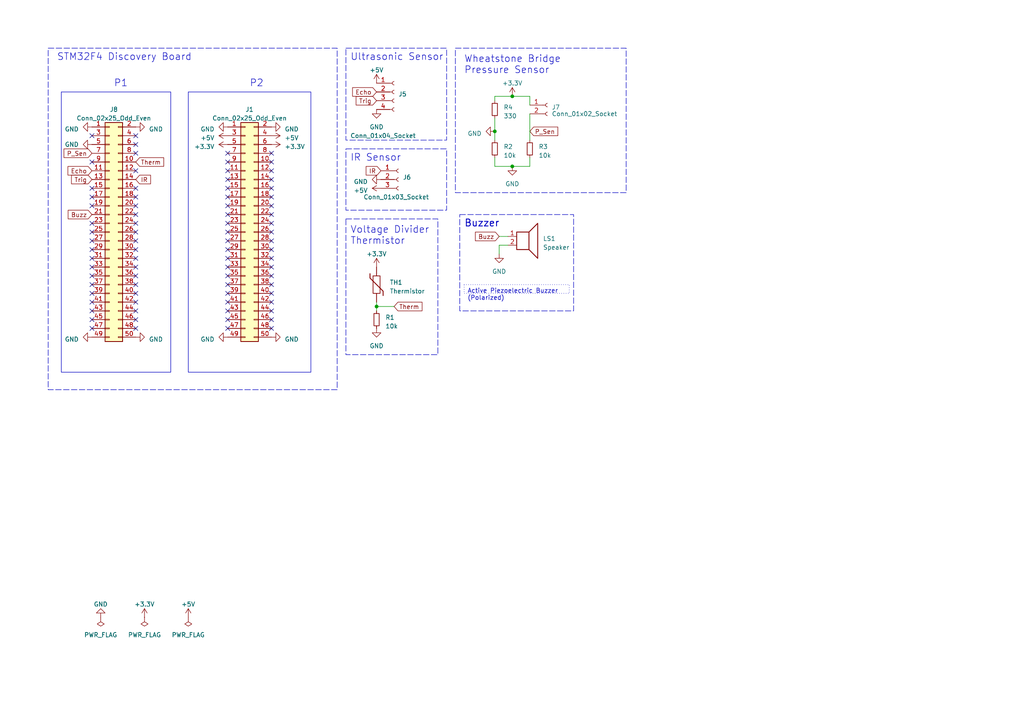
<source format=kicad_sch>
(kicad_sch (version 20230121) (generator eeschema)
  (paper "A4")
  (title_block (title "Phase_D_STM_Shield") (rev "1.0") (company "University of Denver"))
  (lib_symbols
    (symbol "Connector:Conn_01x02_Socket" (pin_names (offset 1.016) hide)
      (property "Reference" "J" (at 0 2.54 0))
      (property "Value" "Conn_01x02_Socket" (at 0 -5.08 0))
      (symbol "Conn_01x02_Socket_1_1"
        (arc (start 0 -2.032) (mid -0.5058 -2.54) (end 0 -3.048) (stroke (width 0.1524)))
        (polyline (pts (xy -1.27 -2.54) (xy -0.508 -2.54)) (stroke (width 0.1524)))
        (polyline (pts (xy -1.27 0) (xy -0.508 0)) (stroke (width 0.1524)))
        (arc (start 0 0.508) (mid -0.5058 0) (end 0 -0.508) (stroke (width 0.1524)))
        (pin passive line (at -5.08 0 0) (length 3.81) (name "Pin_1") (number "1"))
        (pin passive line (at -5.08 -2.54 0) (length 3.81) (name "Pin_2") (number "2"))
      )
    )
    (symbol "Connector:Conn_01x03_Socket" (pin_names (offset 1.016) hide)
      (property "Reference" "J" (at 0 5.08 0))
      (property "Value" "Conn_01x03_Socket" (at 0 -5.08 0))
      (symbol "Conn_01x03_Socket_1_1"
        (arc (start 0 -2.032) (mid -0.5058 -2.54) (end 0 -3.048) (stroke (width 0.1524)))
        (polyline (pts (xy -1.27 -2.54) (xy -0.508 -2.54)) (stroke (width 0.1524)))
        (polyline (pts (xy -1.27 0) (xy -0.508 0)) (stroke (width 0.1524)))
        (polyline (pts (xy -1.27 2.54) (xy -0.508 2.54)) (stroke (width 0.1524)))
        (arc (start 0 0.508) (mid -0.5058 0) (end 0 -0.508) (stroke (width 0.1524)))
        (arc (start 0 3.048) (mid -0.5058 2.54) (end 0 2.032) (stroke (width 0.1524)))
        (pin passive line (at -5.08 2.54 0) (length 3.81) (name "Pin_1") (number "1"))
        (pin passive line (at -5.08 0 0) (length 3.81) (name "Pin_2") (number "2"))
        (pin passive line (at -5.08 -2.54 0) (length 3.81) (name "Pin_3") (number "3"))
      )
    )
    (symbol "Connector:Conn_01x04_Socket" (pin_names (offset 1.016) hide)
      (property "Reference" "J" (at 0 5.08 0))
      (property "Value" "Conn_01x04_Socket" (at 0 -7.62 0))
      (symbol "Conn_01x04_Socket_1_1"
        (arc (start 0 -4.572) (mid -0.5058 -5.08) (end 0 -5.588) (stroke (width 0.1524)))
        (arc (start 0 -2.032) (mid -0.5058 -2.54) (end 0 -3.048) (stroke (width 0.1524)))
        (polyline (pts (xy -1.27 -5.08) (xy -0.508 -5.08)) (stroke (width 0.1524)))
        (polyline (pts (xy -1.27 -2.54) (xy -0.508 -2.54)) (stroke (width 0.1524)))
        (polyline (pts (xy -1.27 0) (xy -0.508 0)) (stroke (width 0.1524)))
        (polyline (pts (xy -1.27 2.54) (xy -0.508 2.54)) (stroke (width 0.1524)))
        (arc (start 0 0.508) (mid -0.5058 0) (end 0 -0.508) (stroke (width 0.1524)))
        (arc (start 0 3.048) (mid -0.5058 2.54) (end 0 2.032) (stroke (width 0.1524)))
        (pin passive line (at -5.08 2.54 0) (length 3.81) (name "Pin_1") (number "1"))
        (pin passive line (at -5.08 0 0) (length 3.81) (name "Pin_2") (number "2"))
        (pin passive line (at -5.08 -2.54 0) (length 3.81) (name "Pin_3") (number "3"))
        (pin passive line (at -5.08 -5.08 0) (length 3.81) (name "Pin_4") (number "4"))
      )
    )
    (symbol "Connector_Generic:Conn_02x25_Odd_Even" (pin_names (offset 1.016) hide)
      (property "Reference" "J" (at 1.27 33.02 0))
      (property "Value" "Conn_02x25_Odd_Even" (at 1.27 -33.02 0))
      (symbol "Conn_02x25_Odd_Even_1_1"
        (rectangle (start -1.27 -30.353) (end 0 -30.607) (stroke (width 0.1524)))
        (rectangle (start -1.27 -27.813) (end 0 -28.067) (stroke (width 0.1524)))
        (rectangle (start -1.27 -25.273) (end 0 -25.527) (stroke (width 0.1524)))
        (rectangle (start -1.27 -22.733) (end 0 -22.987) (stroke (width 0.1524)))
        (rectangle (start -1.27 -20.193) (end 0 -20.447) (stroke (width 0.1524)))
        (rectangle (start -1.27 -17.653) (end 0 -17.907) (stroke (width 0.1524)))
        (rectangle (start -1.27 -15.113) (end 0 -15.367) (stroke (width 0.1524)))
        (rectangle (start -1.27 -12.573) (end 0 -12.827) (stroke (width 0.1524)))
        (rectangle (start -1.27 -10.033) (end 0 -10.287) (stroke (width 0.1524)))
        (rectangle (start -1.27 -7.493) (end 0 -7.747) (stroke (width 0.1524)))
        (rectangle (start -1.27 -4.953) (end 0 -5.207) (stroke (width 0.1524)))
        (rectangle (start -1.27 -2.413) (end 0 -2.667) (stroke (width 0.1524)))
        (rectangle (start -1.27 0.127) (end 0 -0.127) (stroke (width 0.1524)))
        (rectangle (start -1.27 2.667) (end 0 2.413) (stroke (width 0.1524)))
        (rectangle (start -1.27 5.207) (end 0 4.953) (stroke (width 0.1524)))
        (rectangle (start -1.27 7.747) (end 0 7.493) (stroke (width 0.1524)))
        (rectangle (start -1.27 10.287) (end 0 10.033) (stroke (width 0.1524)))
        (rectangle (start -1.27 12.827) (end 0 12.573) (stroke (width 0.1524)))
        (rectangle (start -1.27 15.367) (end 0 15.113) (stroke (width 0.1524)))
        (rectangle (start -1.27 17.907) (end 0 17.653) (stroke (width 0.1524)))
        (rectangle (start -1.27 20.447) (end 0 20.193) (stroke (width 0.1524)))
        (rectangle (start -1.27 22.987) (end 0 22.733) (stroke (width 0.1524)))
        (rectangle (start -1.27 25.527) (end 0 25.273) (stroke (width 0.1524)))
        (rectangle (start -1.27 28.067) (end 0 27.813) (stroke (width 0.1524)))
        (rectangle (start -1.27 30.607) (end 0 30.353) (stroke (width 0.1524)))
        (rectangle (start -1.27 31.75) (end 3.81 -31.75) (stroke (width 0.254)) (fill (type background)))
        (rectangle (start 3.81 -30.353) (end 2.54 -30.607) (stroke (width 0.1524)))
        (rectangle (start 3.81 -27.813) (end 2.54 -28.067) (stroke (width 0.1524)))
        (rectangle (start 3.81 -25.273) (end 2.54 -25.527) (stroke (width 0.1524)))
        (rectangle (start 3.81 -22.733) (end 2.54 -22.987) (stroke (width 0.1524)))
        (rectangle (start 3.81 -20.193) (end 2.54 -20.447) (stroke (width 0.1524)))
        (rectangle (start 3.81 -17.653) (end 2.54 -17.907) (stroke (width 0.1524)))
        (rectangle (start 3.81 -15.113) (end 2.54 -15.367) (stroke (width 0.1524)))
        (rectangle (start 3.81 -12.573) (end 2.54 -12.827) (stroke (width 0.1524)))
        (rectangle (start 3.81 -10.033) (end 2.54 -10.287) (stroke (width 0.1524)))
        (rectangle (start 3.81 -7.493) (end 2.54 -7.747) (stroke (width 0.1524)))
        (rectangle (start 3.81 -4.953) (end 2.54 -5.207) (stroke (width 0.1524)))
        (rectangle (start 3.81 -2.413) (end 2.54 -2.667) (stroke (width 0.1524)))
        (rectangle (start 3.81 0.127) (end 2.54 -0.127) (stroke (width 0.1524)))
        (rectangle (start 3.81 2.667) (end 2.54 2.413) (stroke (width 0.1524)))
        (rectangle (start 3.81 5.207) (end 2.54 4.953) (stroke (width 0.1524)))
        (rectangle (start 3.81 7.747) (end 2.54 7.493) (stroke (width 0.1524)))
        (rectangle (start 3.81 10.287) (end 2.54 10.033) (stroke (width 0.1524)))
        (rectangle (start 3.81 12.827) (end 2.54 12.573) (stroke (width 0.1524)))
        (rectangle (start 3.81 15.367) (end 2.54 15.113) (stroke (width 0.1524)))
        (rectangle (start 3.81 17.907) (end 2.54 17.653) (stroke (width 0.1524)))
        (rectangle (start 3.81 20.447) (end 2.54 20.193) (stroke (width 0.1524)))
        (rectangle (start 3.81 22.987) (end 2.54 22.733) (stroke (width 0.1524)))
        (rectangle (start 3.81 25.527) (end 2.54 25.273) (stroke (width 0.1524)))
        (rectangle (start 3.81 28.067) (end 2.54 27.813) (stroke (width 0.1524)))
        (rectangle (start 3.81 30.607) (end 2.54 30.353) (stroke (width 0.1524)))
        (pin passive line (at -5.08 30.48 0) (length 3.81) (name "Pin_1") (number "1"))
        (pin passive line (at 7.62 20.32 180) (length 3.81) (name "Pin_10") (number "10"))
        (pin passive line (at -5.08 17.78 0) (length 3.81) (name "Pin_11") (number "11"))
        (pin passive line (at 7.62 17.78 180) (length 3.81) (name "Pin_12") (number "12"))
        (pin passive line (at -5.08 15.24 0) (length 3.81) (name "Pin_13") (number "13"))
        (pin passive line (at 7.62 15.24 180) (length 3.81) (name "Pin_14") (number "14"))
        (pin passive line (at -5.08 12.7 0) (length 3.81) (name "Pin_15") (number "15"))
        (pin passive line (at 7.62 12.7 180) (length 3.81) (name "Pin_16") (number "16"))
        (pin passive line (at -5.08 10.16 0) (length 3.81) (name "Pin_17") (number "17"))
        (pin passive line (at 7.62 10.16 180) (length 3.81) (name "Pin_18") (number "18"))
        (pin passive line (at -5.08 7.62 0) (length 3.81) (name "Pin_19") (number "19"))
        (pin passive line (at 7.62 30.48 180) (length 3.81) (name "Pin_2") (number "2"))
        (pin passive line (at 7.62 7.62 180) (length 3.81) (name "Pin_20") (number "20"))
        (pin passive line (at -5.08 5.08 0) (length 3.81) (name "Pin_21") (number "21"))
        (pin passive line (at 7.62 5.08 180) (length 3.81) (name "Pin_22") (number "22"))
        (pin passive line (at -5.08 2.54 0) (length 3.81) (name "Pin_23") (number "23"))
        (pin passive line (at 7.62 2.54 180) (length 3.81) (name "Pin_24") (number "24"))
        (pin passive line (at -5.08 0 0) (length 3.81) (name "Pin_25") (number "25"))
        (pin passive line (at 7.62 0 180) (length 3.81) (name "Pin_26") (number "26"))
        (pin passive line (at -5.08 -2.54 0) (length 3.81) (name "Pin_27") (number "27"))
        (pin passive line (at 7.62 -2.54 180) (length 3.81) (name "Pin_28") (number "28"))
        (pin passive line (at -5.08 -5.08 0) (length 3.81) (name "Pin_29") (number "29"))
        (pin passive line (at -5.08 27.94 0) (length 3.81) (name "Pin_3") (number "3"))
        (pin passive line (at 7.62 -5.08 180) (length 3.81) (name "Pin_30") (number "30"))
        (pin passive line (at -5.08 -7.62 0) (length 3.81) (name "Pin_31") (number "31"))
        (pin passive line (at 7.62 -7.62 180) (length 3.81) (name "Pin_32") (number "32"))
        (pin passive line (at -5.08 -10.16 0) (length 3.81) (name "Pin_33") (number "33"))
        (pin passive line (at 7.62 -10.16 180) (length 3.81) (name "Pin_34") (number "34"))
        (pin passive line (at -5.08 -12.7 0) (length 3.81) (name "Pin_35") (number "35"))
        (pin passive line (at 7.62 -12.7 180) (length 3.81) (name "Pin_36") (number "36"))
        (pin passive line (at -5.08 -15.24 0) (length 3.81) (name "Pin_37") (number "37"))
        (pin passive line (at 7.62 -15.24 180) (length 3.81) (name "Pin_38") (number "38"))
        (pin passive line (at -5.08 -17.78 0) (length 3.81) (name "Pin_39") (number "39"))
        (pin passive line (at 7.62 27.94 180) (length 3.81) (name "Pin_4") (number "4"))
        (pin passive line (at 7.62 -17.78 180) (length 3.81) (name "Pin_40") (number "40"))
        (pin passive line (at -5.08 -20.32 0) (length 3.81) (name "Pin_41") (number "41"))
        (pin passive line (at 7.62 -20.32 180) (length 3.81) (name "Pin_42") (number "42"))
        (pin passive line (at -5.08 -22.86 0) (length 3.81) (name "Pin_43") (number "43"))
        (pin passive line (at 7.62 -22.86 180) (length 3.81) (name "Pin_44") (number "44"))
        (pin passive line (at -5.08 -25.4 0) (length 3.81) (name "Pin_45") (number "45"))
        (pin passive line (at 7.62 -25.4 180) (length 3.81) (name "Pin_46") (number "46"))
        (pin passive line (at -5.08 -27.94 0) (length 3.81) (name "Pin_47") (number "47"))
        (pin passive line (at 7.62 -27.94 180) (length 3.81) (name "Pin_48") (number "48"))
        (pin passive line (at -5.08 -30.48 0) (length 3.81) (name "Pin_49") (number "49"))
        (pin passive line (at -5.08 25.4 0) (length 3.81) (name "Pin_5") (number "5"))
        (pin passive line (at 7.62 -30.48 180) (length 3.81) (name "Pin_50") (number "50"))
        (pin passive line (at 7.62 25.4 180) (length 3.81) (name "Pin_6") (number "6"))
        (pin passive line (at -5.08 22.86 0) (length 3.81) (name "Pin_7") (number "7"))
        (pin passive line (at 7.62 22.86 180) (length 3.81) (name "Pin_8") (number "8"))
        (pin passive line (at -5.08 20.32 0) (length 3.81) (name "Pin_9") (number "9"))
      )
    )
    (symbol "Device:R_Small" (pin_numbers hide) (pin_names (offset 0.254) hide)
      (property "Reference" "R" (at 0.762 0.508 0))
      (property "Value" "R_Small" (at 0.762 -1.016 0))
      (symbol "R_Small_0_1"
        (rectangle (start -0.762 1.778) (end 0.762 -1.778) (stroke (width 0.2032)))
      )
      (symbol "R_Small_1_1"
        (pin passive line (at 0 2.54 270) (length 0.762) (name "~") (number "1"))
        (pin passive line (at 0 -2.54 90) (length 0.762) (name "~") (number "2"))
      )
    )
    (symbol "Device:Speaker" (pin_names (offset 0) hide)
      (property "Reference" "LS" (at 1.27 5.715 0))
      (property "Value" "Speaker" (at 1.27 3.81 0))
      (symbol "Speaker_0_0"
        (rectangle (start -2.54 1.27) (end 1.016 -3.81) (stroke (width 0.254)))
        (polyline (pts (xy 1.016 1.27) (xy 3.556 3.81) (xy 3.556 -6.35) (xy 1.016 -3.81)) (stroke (width 0.254)))
      )
      (symbol "Speaker_1_1"
        (pin input line (at -5.08 0 0) (length 2.54) (name "1") (number "1"))
        (pin input line (at -5.08 -2.54 0) (length 2.54) (name "2") (number "2"))
      )
    )
    (symbol "Device:Thermistor" (pin_numbers hide) (pin_names (offset 0))
      (property "Reference" "TH" (at 2.54 1.27 90))
      (property "Value" "Thermistor" (at -2.54 0 90))
      (symbol "Thermistor_0_1"
        (rectangle (start -1.016 2.54) (end 1.016 -2.54) (stroke (width 0.2032)))
        (polyline (pts (xy -1.905 3.175) (xy -1.905 1.905) (xy 1.905 -1.905) (xy 1.905 -3.175) (xy 1.905 -3.175)) (stroke (width 0.254)))
      )
      (symbol "Thermistor_1_1"
        (pin passive line (at 0 5.08 270) (length 2.54) (name "~") (number "1"))
        (pin passive line (at 0 -5.08 90) (length 2.54) (name "~") (number "2"))
      )
    )
    (symbol "GND_1" (power) (pin_names (offset 0))
      (property "Value" "GND_1" (at 0 -3.81 0))
      (symbol "GND_1_0_1"
        (polyline (pts (xy 0 0) (xy 0 -1.27) (xy 1.27 -1.27) (xy 0 -2.54) (xy -1.27 -1.27) (xy 0 -1.27)))
      )
      (symbol "GND_1_1_1"
        (pin power_in line (at 0 0 270) (length 0) hide (name "GND") (number "1"))
      )
    )
    (symbol "power:+3.3V" (power) (pin_names (offset 0))
      (property "Value" "+3.3V" (at 0 3.556 0))
      (symbol "+3.3V_0_1"
        (polyline (pts (xy -0.762 1.27) (xy 0 2.54)))
        (polyline (pts (xy 0 0) (xy 0 2.54)))
        (polyline (pts (xy 0 2.54) (xy 0.762 1.27)))
      )
      (symbol "+3.3V_1_1"
        (pin power_in line (at 0 0 90) (length 0) hide (name "+3.3V") (number "1"))
      )
    )
    (symbol "power:+5V" (power) (pin_names (offset 0))
      (property "Value" "+5V" (at 0 3.556 0))
      (symbol "+5V_0_1"
        (polyline (pts (xy -0.762 1.27) (xy 0 2.54)))
        (polyline (pts (xy 0 0) (xy 0 2.54)))
        (polyline (pts (xy 0 2.54) (xy 0.762 1.27)))
      )
      (symbol "+5V_1_1"
        (pin power_in line (at 0 0 90) (length 0) hide (name "+5V") (number "1"))
      )
    )
    (symbol "power:GND" (power) (pin_names (offset 0))
      (property "Value" "GND" (at 0 -3.81 0))
      (symbol "GND_0_1"
        (polyline (pts (xy 0 0) (xy 0 -1.27) (xy 1.27 -1.27) (xy 0 -2.54) (xy -1.27 -1.27) (xy 0 -1.27)))
      )
      (symbol "GND_1_1"
        (pin power_in line (at 0 0 270) (length 0) hide (name "GND") (number "1"))
      )
    )
    (symbol "power:PWR_FLAG" (power) (pin_numbers hide) (pin_names (offset 0) hide)
      (property "Value" "PWR_FLAG" (at 0 3.81 0))
      (symbol "PWR_FLAG_0_0"
        (pin power_out line (at 0 0 90) (length 0) (name "pwr") (number "1"))
      )
      (symbol "PWR_FLAG_0_1"
        (polyline (pts (xy 0 0) (xy 0 1.27) (xy -1.016 1.905) (xy 0 2.54) (xy 1.016 1.905) (xy 0 1.27)))
      )
    )
  )
  (junction (at 148.59 48.26))
  (junction (at 148.59 27.94))
  (junction (at 143.51 38.1))
  (junction (at 109.22 88.9))
  (no_connect (at 39.37 95.25))
  (no_connect (at 26.67 80.01))
  (no_connect (at 39.37 57.15))
  (no_connect (at 66.04 49.53))
  (no_connect (at 26.67 57.15))
  (no_connect (at 66.04 77.47))
  (no_connect (at 66.04 92.71))
  (no_connect (at 66.04 82.55))
  (no_connect (at 66.04 74.93))
  (no_connect (at 78.74 92.71))
  (no_connect (at 39.37 74.93))
  (no_connect (at 66.04 52.07))
  (no_connect (at 39.37 62.23))
  (no_connect (at 78.74 52.07))
  (no_connect (at 26.67 54.61))
  (no_connect (at 66.04 72.39))
  (no_connect (at 78.74 72.39))
  (no_connect (at 26.67 95.25))
  (no_connect (at 78.74 64.77))
  (no_connect (at 39.37 54.61))
  (no_connect (at 78.74 82.55))
  (no_connect (at 39.37 49.53))
  (no_connect (at 39.37 59.69))
  (no_connect (at 66.04 95.25))
  (no_connect (at 39.37 87.63))
  (no_connect (at 66.04 87.63))
  (no_connect (at 66.04 80.01))
  (no_connect (at 78.74 87.63))
  (no_connect (at 78.74 44.45))
  (no_connect (at 26.67 74.93))
  (no_connect (at 78.74 54.61))
  (no_connect (at 26.67 90.17))
  (no_connect (at 66.04 64.77))
  (no_connect (at 39.37 64.77))
  (no_connect (at 78.74 59.69))
  (no_connect (at 39.37 85.09))
  (no_connect (at 39.37 77.47))
  (no_connect (at 39.37 39.37))
  (no_connect (at 26.67 92.71))
  (no_connect (at 26.67 72.39))
  (no_connect (at 39.37 67.31))
  (no_connect (at 78.74 62.23))
  (no_connect (at 78.74 49.53))
  (no_connect (at 39.37 44.45))
  (no_connect (at 26.67 59.69))
  (no_connect (at 26.67 85.09))
  (no_connect (at 66.04 69.85))
  (no_connect (at 66.04 90.17))
  (no_connect (at 39.37 72.39))
  (no_connect (at 39.37 90.17))
  (no_connect (at 78.74 80.01))
  (no_connect (at 78.74 77.47))
  (no_connect (at 66.04 44.45))
  (no_connect (at 39.37 41.91))
  (no_connect (at 66.04 85.09))
  (no_connect (at 39.37 69.85))
  (no_connect (at 26.67 39.37))
  (no_connect (at 26.67 77.47))
  (no_connect (at 26.67 87.63))
  (no_connect (at 66.04 54.61))
  (no_connect (at 39.37 80.01))
  (no_connect (at 78.74 57.15))
  (no_connect (at 66.04 57.15))
  (no_connect (at 26.67 64.77))
  (no_connect (at 26.67 67.31))
  (no_connect (at 78.74 90.17))
  (no_connect (at 26.67 46.99))
  (no_connect (at 66.04 67.31))
  (no_connect (at 78.74 69.85))
  (no_connect (at 66.04 59.69))
  (no_connect (at 26.67 82.55))
  (no_connect (at 78.74 46.99))
  (no_connect (at 78.74 74.93))
  (no_connect (at 66.04 62.23))
  (no_connect (at 26.67 69.85))
  (no_connect (at 78.74 95.25))
  (no_connect (at 66.04 46.99))
  (no_connect (at 39.37 92.71))
  (no_connect (at 78.74 85.09))
  (no_connect (at 78.74 67.31))
  (no_connect (at 39.37 82.55))
  (wire (pts (xy 143.51 38.1) (xy 143.51 40.64)))
  (wire (pts (xy 153.67 27.94) (xy 148.59 27.94)))
  (wire (pts (xy 109.22 88.9) (xy 109.22 90.17)))
  (wire (pts (xy 143.51 34.29) (xy 143.51 38.1)))
  (wire (pts (xy 148.59 48.26) (xy 153.67 48.26)))
  (wire (pts (xy 144.78 68.58) (xy 147.32 68.58)))
  (wire (pts (xy 147.32 71.12) (xy 144.78 71.12)))
  (wire (pts (xy 143.51 48.26) (xy 148.59 48.26)))
  (wire (pts (xy 143.51 27.94) (xy 143.51 29.21)))
  (wire (pts (xy 153.67 33.02) (xy 153.67 40.64)))
  (wire (pts (xy 153.67 45.72) (xy 153.67 48.26)))
  (wire (pts (xy 109.22 88.9) (xy 114.3 88.9)))
  (wire (pts (xy 109.22 87.63) (xy 109.22 88.9)))
  (wire (pts (xy 153.67 30.48) (xy 153.67 27.94)))
  (wire (pts (xy 148.59 27.94) (xy 143.51 27.94)))
  (wire (pts (xy 144.78 71.12) (xy 144.78 73.66)))
  (wire (pts (xy 143.51 45.72) (xy 143.51 48.26)))
  (rectangle (start 54.61 26.67) (end 90.17 107.95))
  (rectangle (start 13.97 13.97) (end 97.79 113.03) (stroke (width 0) (type dash)))
  (rectangle (start 132.08 13.97) (end 181.61 55.88) (stroke (width 0) (type dash)))
  (rectangle (start 133.35 62.23) (end 166.37 90.17) (stroke (width 0) (type dash)))
  (rectangle (start 17.78 26.67) (end 49.53 107.95))
  (rectangle (start 100.33 43.18) (end 129.54 60.96) (stroke (width 0) (type dash)))
  (rectangle (start 100.33 13.97) (end 129.54 40.64) (stroke (width 0) (type dash)))
  (rectangle (start 100.33 63.5) (end 127 102.87) (stroke (width 0) (type dash)))
  (text_box "Active Piezoelectric Buzzer\n(Polarized)" (at 134.62 82.55 0) (size 30.48 2.54) (stroke (width 0) (type dot)) (effects (font (size 1.27 1.27)) (justify left top)))
  (text "Wheatstone Bridge\nPressure Sensor" (at 134.62 21.59 0) (effects (font (size 2 2)) (justify left bottom)))
  (text "STM32F4 Discovery Board" (at 16.51 17.78 0) (effects (font (size 2 2)) (justify left bottom)))
  (text "Buzzer" (at 134.62 66.04 0) (effects (font (size 2 2) (thickness 0.254) bold) (justify left bottom)))
  (text "P2" (at 72.39 25.4 0) (effects (font (size 2 2)) (justify left bottom)))
  (text "Ultrasonic Sensor" (at 101.6 17.78 0) (effects (font (size 2 2)) (justify left bottom)))
  (text "P1" (at 33.02 25.4 0) (effects (font (size 2 2)) (justify left bottom)))
  (text "Voltage Divider\nThermistor" (at 101.6 71.12 0) (effects (font (size 2 2)) (justify left bottom)))
  (text "IR Sensor" (at 101.6 46.99 0) (effects (font (size 2 2)) (justify left bottom)))
  (global_label "Buzz" (shape input) (at 26.67 62.23 180) (property "Intersheetrefs" "${INTERSHEET_REFS}" (effects hide)))
  (global_label "Echo" (shape input) (at 109.22 26.67 180) (property "Intersheetrefs" "${INTERSHEET_REFS}" (effects hide)))
  (global_label "IR" (shape input) (at 110.49 49.53 180) (property "Intersheetrefs" "${INTERSHEET_REFS}" (effects hide)))
  (global_label "IR" (shape input) (at 39.37 52.07 0) (property "Intersheetrefs" "${INTERSHEET_REFS}" (effects hide)))
  (global_label "Trig" (shape input) (at 26.67 52.07 180) (property "Intersheetrefs" "${INTERSHEET_REFS}" (effects hide)))
  (global_label "Buzz" (shape input) (at 144.78 68.58 180) (property "Intersheetrefs" "${INTERSHEET_REFS}" (effects hide)))
  (global_label "Therm" (shape input) (at 114.3 88.9 0) (property "Intersheetrefs" "${INTERSHEET_REFS}" (effects hide)))
  (global_label "P_Sen" (shape input) (at 26.67 44.45 180) (property "Intersheetrefs" "${INTERSHEET_REFS}" (effects hide)))
  (global_label "Therm" (shape input) (at 39.37 46.99 0) (property "Intersheetrefs" "${INTERSHEET_REFS}" (effects hide)))
  (global_label "Echo" (shape input) (at 26.67 49.53 180) (property "Intersheetrefs" "${INTERSHEET_REFS}" (effects hide)))
  (global_label "Trig" (shape input) (at 109.22 29.21 180) (property "Intersheetrefs" "${INTERSHEET_REFS}" (effects hide)))
  (global_label "P_Sen" (shape input) (at 153.67 38.1 0) (property "Intersheetrefs" "${INTERSHEET_REFS}" (effects hide)))
  (symbol (lib_id "power:GND") (at 26.67 36.83 270) (unit 1)
    (property "Reference" "#PWR07" (effects hide))
    (property "Value" "GND" (at 22.86 37.465 90) (effects (justify right)))
  )
  (symbol (lib_id "Connector:Conn_01x03_Socket") (at 115.57 52.07 0) (unit 1)
    (property "Reference" "J6" (at 116.84 51.435 0) (effects (justify left)))
    (property "Value" "Conn_01x03_Socket" (at 105.41 57.15 0) (effects (justify left)))
    (property "Footprint" "Connector_PinSocket_2.54mm:PinSocket_1x03_P2.54mm_Vertical" (effects hide))
  )
  (symbol (lib_id "power:+3.3V") (at 109.22 77.47 0) (unit 1)
    (property "Reference" "#PWR023" (effects hide))
    (property "Value" "+3.3V" (at 109.22 73.66 0))
  )
  (symbol (lib_id "power:GND") (at 29.21 179.07 180) (unit 1)
    (property "Reference" "#PWR01" (effects hide))
    (property "Value" "GND" (at 29.21 175.26 0))
  )
  (symbol (lib_id "power:+3.3V") (at 41.91 179.07 0) (unit 1)
    (property "Reference" "#PWR02" (effects hide))
    (property "Value" "+3.3V" (at 41.91 175.26 0))
  )
  (symbol (lib_id "Connector_Generic:Conn_02x25_Odd_Even") (at 71.12 67.31 0) (unit 1)
    (property "Reference" "J1" (at 72.39 31.75 0))
    (property "Value" "Conn_02x25_Odd_Even" (at 72.39 34.29 0))
    (property "Footprint" "Connector_PinSocket_2.54mm:PinSocket_2x25_P2.54mm_Vertical" (effects hide))
  )
  (symbol (lib_id "power:PWR_FLAG") (at 41.91 179.07 180) (unit 1)
    (property "Reference" "#FLG02" (effects hide))
    (property "Value" "PWR_FLAG" (at 41.91 184.15 0))
  )
  (symbol (lib_id "power:GND") (at 109.22 95.25 0) (unit 1)
    (property "Reference" "#PWR022" (effects hide))
    (property "Value" "GND" (at 109.22 100.33 0))
  )
  (symbol (lib_id "power:GND") (at 110.49 52.07 270) (unit 1)
    (property "Reference" "#PWR020" (effects hide))
    (property "Value" "GND" (at 106.68 52.705 90) (effects (justify right)))
  )
  (symbol (lib_id "power:+5V") (at 54.61 179.07 0) (unit 1)
    (property "Reference" "#PWR03" (effects hide))
    (property "Value" "+5V" (at 54.61 175.26 0))
  )
  (symbol (lib_id "power:+3.3V") (at 66.04 41.91 90) (unit 1)
    (property "Reference" "#PWR018" (effects hide))
    (property "Value" "+3.3V" (at 62.23 42.545 90) (effects (justify left)))
  )
  (symbol (lib_id "power:GND") (at 78.74 97.79 90) (unit 1)
    (property "Reference" "#PWR013" (effects hide))
    (property "Value" "GND" (at 82.55 98.425 90) (effects (justify right)))
  )
  (symbol (lib_id "power:+5V") (at 110.49 54.61 90) (unit 1)
    (property "Reference" "#PWR021" (effects hide))
    (property "Value" "+5V" (at 106.68 55.245 90) (effects (justify left)))
  )
  (symbol (lib_id "power:+5V") (at 66.04 39.37 90) (unit 1)
    (property "Reference" "#PWR016" (effects hide))
    (property "Value" "+5V" (at 62.23 40.005 90) (effects (justify left)))
  )
  (symbol (lib_id "Device:R_Small") (at 143.51 43.18 0) (unit 1)
    (property "Reference" "R2" (at 146.05 42.545 0) (effects (justify left)))
    (property "Value" "10k" (at 146.05 45.085 0) (effects (justify left)))
    (property "Footprint" "Resistor_THT:R_Axial_DIN0207_L6.3mm_D2.5mm_P7.62mm_Horizontal" (effects hide))
  )
  (symbol (lib_id "Connector_Generic:Conn_02x25_Odd_Even") (at 31.75 67.31 0) (unit 1)
    (property "Reference" "J8" (at 33.02 31.75 0))
    (property "Value" "Conn_02x25_Odd_Even" (at 33.02 34.29 0))
    (property "Footprint" "Connector_PinSocket_2.54mm:PinSocket_2x25_P2.54mm_Vertical" (effects hide))
  )
  (symbol (lib_id "power:GND") (at 26.67 41.91 270) (unit 1)
    (property "Reference" "#PWR015" (effects hide))
    (property "Value" "GND" (at 22.86 41.91 90) (effects (justify right)))
  )
  (symbol (lib_id "power:GND") (at 78.74 36.83 90) (unit 1)
    (property "Reference" "#PWR09" (effects hide))
    (property "Value" "GND" (at 82.55 37.465 90) (effects (justify right)))
  )
  (symbol (lib_id "power:GND") (at 143.51 38.1 270) (unit 1)
    (property "Reference" "#PWR06" (effects hide))
    (property "Value" "GND" (at 139.7 38.735 90) (effects (justify right)))
  )
  (symbol (lib_id "power:GND") (at 39.37 36.83 90) (unit 1)
    (property "Reference" "#PWR08" (effects hide))
    (property "Value" "GND" (at 43.18 37.465 90) (effects (justify right)))
  )
  (symbol (lib_id "Device:Thermistor") (at 109.22 82.55 0) (unit 1)
    (property "Reference" "TH1" (at 113.03 81.915 0) (effects (justify left)))
    (property "Value" "Thermistor" (at 113.03 84.455 0) (effects (justify left)))
    (property "Footprint" "Resistor_THT:R_Axial_DIN0207_L6.3mm_D2.5mm_P7.62mm_Horizontal" (effects hide))
  )
  (symbol (lib_id "power:+3.3V") (at 78.74 41.91 270) (unit 1)
    (property "Reference" "#PWR019" (effects hide))
    (property "Value" "+3.3V" (at 82.55 42.545 90) (effects (justify left)))
  )
  (symbol (lib_id "power:GND") (at 66.04 97.79 270) (unit 1)
    (property "Reference" "#PWR014" (effects hide))
    (property "Value" "GND" (at 62.23 98.425 90) (effects (justify right)))
  )
  (symbol (lib_id "power:GND") (at 39.37 97.79 90) (unit 1)
    (property "Reference" "#PWR011" (effects hide))
    (property "Value" "GND" (at 43.18 98.425 90) (effects (justify right)))
  )
  (symbol (lib_id "power:+5V") (at 78.74 39.37 270) (unit 1)
    (property "Reference" "#PWR017" (effects hide))
    (property "Value" "+5V" (at 82.55 40.005 90) (effects (justify left)))
  )
  (symbol (lib_id "power:PWR_FLAG") (at 54.61 179.07 180) (unit 1)
    (property "Reference" "#FLG03" (effects hide))
    (property "Value" "PWR_FLAG" (at 54.61 184.15 0))
  )
  (symbol (lib_id "power:PWR_FLAG") (at 29.21 179.07 180) (unit 1)
    (property "Reference" "#FLG01" (effects hide))
    (property "Value" "PWR_FLAG" (at 29.21 184.15 0))
  )
  (symbol (lib_id "power:GND") (at 148.59 48.26 0) (unit 1)
    (property "Reference" "#PWR024" (effects hide))
    (property "Value" "GND" (at 148.59 53.34 0))
  )
  (symbol (lib_id "power:+5V") (at 109.22 24.13 0) (unit 1)
    (property "Reference" "#PWR04" (effects hide))
    (property "Value" "+5V" (at 109.22 20.32 0))
  )
  (symbol (lib_name "GND_1") (lib_id "power:GND") (at 144.78 73.66 0) (unit 1)
    (property "Reference" "#PWR026" (effects hide))
    (property "Value" "GND" (at 144.78 78.74 0))
  )
  (symbol (lib_id "Device:Speaker") (at 152.4 68.58 0) (unit 1)
    (property "Reference" "LS1" (at 157.48 69.215 0) (effects (justify left)))
    (property "Value" "Speaker" (at 157.48 71.755 0) (effects (justify left)))
    (property "Footprint" "Buzzer_Beeper:Buzzer_12x9.5RM7.6" (effects hide))
    (property "Datasheet" "https://www.digikey.com/en/products/detail/cui-devices/CMI-1295IC-0585T/11674150?utm_adgroup=Alarms%2C%20Buzzers%2C%20and%20Sirens&utm_source=google&utm_medium=cpc&utm_campaign=Shopping_Product_Audio%20Products_NEW&utm_term=&utm_content=Alarms%2C%20Buzzers%2C%20and%20Sirens&gclid=CjwKCAjwzuqgBhAcEiwAdj5dRt8nz1IuytFLjx3uwWgVUeIhfTmZ3ysWix6dXCToN1KqcPwJXCrWqhoCtbEQAvD_BwE" (effects hide))
  )
  (symbol (lib_id "Device:R_Small") (at 143.51 31.75 0) (unit 1)
    (property "Reference" "R4" (at 146.05 31.115 0) (effects (justify left)))
    (property "Value" "330" (at 146.05 33.655 0) (effects (justify left)))
    (property "Footprint" "Resistor_THT:R_Axial_DIN0207_L6.3mm_D2.5mm_P7.62mm_Horizontal" (effects hide))
  )
  (symbol (lib_id "power:GND") (at 26.67 97.79 270) (unit 1)
    (property "Reference" "#PWR012" (effects hide))
    (property "Value" "GND" (at 22.86 98.425 90) (effects (justify right)))
  )
  (symbol (lib_id "Device:R_Small") (at 109.22 92.71 0) (unit 1)
    (property "Reference" "R1" (at 111.76 92.075 0) (effects (justify left)))
    (property "Value" "10k" (at 111.76 94.615 0) (effects (justify left)))
    (property "Footprint" "Resistor_THT:R_Axial_DIN0207_L6.3mm_D2.5mm_P7.62mm_Horizontal" (effects hide))
  )
  (symbol (lib_id "Device:R_Small") (at 153.67 43.18 0) (unit 1)
    (property "Reference" "R3" (at 156.21 42.545 0) (effects (justify left)))
    (property "Value" "10k" (at 156.21 45.085 0) (effects (justify left)))
    (property "Footprint" "Resistor_THT:R_Axial_DIN0207_L6.3mm_D2.5mm_P7.62mm_Horizontal" (effects hide))
  )
  (symbol (lib_id "power:GND") (at 66.04 36.83 270) (unit 1)
    (property "Reference" "#PWR010" (effects hide))
    (property "Value" "GND" (at 62.23 37.465 90) (effects (justify right)))
  )
  (symbol (lib_id "Connector:Conn_01x02_Socket") (at 158.75 30.48 0) (unit 1)
    (property "Reference" "J7" (at 160.02 31.115 0) (effects (justify left)))
    (property "Value" "Conn_01x02_Socket" (at 160.02 33.02 0) (effects (justify left)))
    (property "Footprint" "Connector_PinSocket_2.54mm:PinSocket_1x02_P2.54mm_Vertical" (effects hide))
  )
  (symbol (lib_id "power:+3.3V") (at 148.59 27.94 0) (unit 1)
    (property "Reference" "#PWR025" (effects hide))
    (property "Value" "+3.3V" (at 148.59 24.13 0))
  )
  (symbol (lib_id "power:GND") (at 109.22 31.75 0) (unit 1)
    (property "Reference" "#PWR05" (effects hide))
    (property "Value" "GND" (at 109.22 36.83 0))
  )
  (symbol (lib_id "Connector:Conn_01x04_Socket") (at 114.3 26.67 0) (unit 1)
    (property "Reference" "J5" (at 115.57 27.305 0) (effects (justify left)))
    (property "Value" "Conn_01x04_Socket" (at 101.6 39.37 0) (effects (justify left)))
    (property "Footprint" "Connector_PinSocket_2.54mm:PinSocket_1x04_P2.54mm_Vertical" (effects hide))
  )
)
</source>
